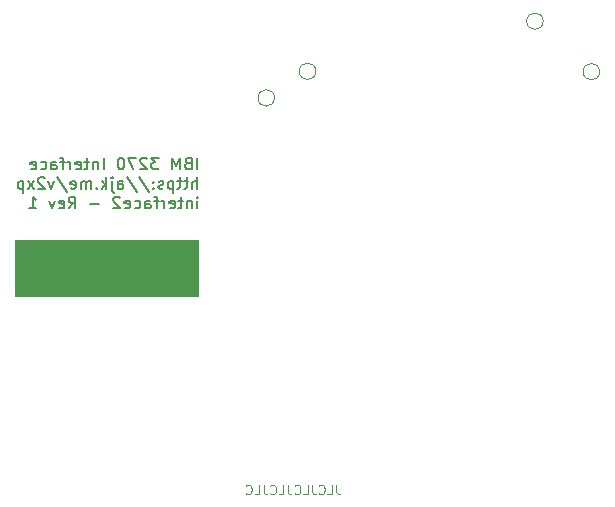
<source format=gbr>
G04 #@! TF.GenerationSoftware,KiCad,Pcbnew,5.1.8*
G04 #@! TF.CreationDate,2020-12-14T20:40:46-06:00*
G04 #@! TF.ProjectId,pcb,7063622e-6b69-4636-9164-5f7063625858,rev?*
G04 #@! TF.SameCoordinates,Original*
G04 #@! TF.FileFunction,Legend,Bot*
G04 #@! TF.FilePolarity,Positive*
%FSLAX46Y46*%
G04 Gerber Fmt 4.6, Leading zero omitted, Abs format (unit mm)*
G04 Created by KiCad (PCBNEW 5.1.8) date 2020-12-14 20:40:46*
%MOMM*%
%LPD*%
G01*
G04 APERTURE LIST*
%ADD10C,0.100000*%
%ADD11C,0.150000*%
%ADD12C,0.120000*%
G04 APERTURE END LIST*
D10*
G36*
X36250000Y-90250000D02*
G01*
X20750000Y-90250000D01*
X20750000Y-85500000D01*
X36250000Y-85500000D01*
X36250000Y-90250000D01*
G37*
X36250000Y-90250000D02*
X20750000Y-90250000D01*
X20750000Y-85500000D01*
X36250000Y-85500000D01*
X36250000Y-90250000D01*
D11*
X36181070Y-79552380D02*
X36181070Y-78552380D01*
X35371546Y-79028571D02*
X35228689Y-79076190D01*
X35181070Y-79123809D01*
X35133451Y-79219047D01*
X35133451Y-79361904D01*
X35181070Y-79457142D01*
X35228689Y-79504761D01*
X35323927Y-79552380D01*
X35704880Y-79552380D01*
X35704880Y-78552380D01*
X35371546Y-78552380D01*
X35276308Y-78600000D01*
X35228689Y-78647619D01*
X35181070Y-78742857D01*
X35181070Y-78838095D01*
X35228689Y-78933333D01*
X35276308Y-78980952D01*
X35371546Y-79028571D01*
X35704880Y-79028571D01*
X34704880Y-79552380D02*
X34704880Y-78552380D01*
X34371546Y-79266666D01*
X34038213Y-78552380D01*
X34038213Y-79552380D01*
X32895356Y-78552380D02*
X32276308Y-78552380D01*
X32609642Y-78933333D01*
X32466785Y-78933333D01*
X32371546Y-78980952D01*
X32323927Y-79028571D01*
X32276308Y-79123809D01*
X32276308Y-79361904D01*
X32323927Y-79457142D01*
X32371546Y-79504761D01*
X32466785Y-79552380D01*
X32752499Y-79552380D01*
X32847737Y-79504761D01*
X32895356Y-79457142D01*
X31895356Y-78647619D02*
X31847737Y-78600000D01*
X31752499Y-78552380D01*
X31514404Y-78552380D01*
X31419166Y-78600000D01*
X31371546Y-78647619D01*
X31323927Y-78742857D01*
X31323927Y-78838095D01*
X31371546Y-78980952D01*
X31942975Y-79552380D01*
X31323927Y-79552380D01*
X30990594Y-78552380D02*
X30323927Y-78552380D01*
X30752499Y-79552380D01*
X29752499Y-78552380D02*
X29657261Y-78552380D01*
X29562023Y-78600000D01*
X29514404Y-78647619D01*
X29466785Y-78742857D01*
X29419166Y-78933333D01*
X29419166Y-79171428D01*
X29466785Y-79361904D01*
X29514404Y-79457142D01*
X29562023Y-79504761D01*
X29657261Y-79552380D01*
X29752499Y-79552380D01*
X29847737Y-79504761D01*
X29895356Y-79457142D01*
X29942975Y-79361904D01*
X29990594Y-79171428D01*
X29990594Y-78933333D01*
X29942975Y-78742857D01*
X29895356Y-78647619D01*
X29847737Y-78600000D01*
X29752499Y-78552380D01*
X28228689Y-79552380D02*
X28228689Y-78552380D01*
X27752499Y-78885714D02*
X27752499Y-79552380D01*
X27752499Y-78980952D02*
X27704880Y-78933333D01*
X27609642Y-78885714D01*
X27466785Y-78885714D01*
X27371546Y-78933333D01*
X27323927Y-79028571D01*
X27323927Y-79552380D01*
X26990594Y-78885714D02*
X26609642Y-78885714D01*
X26847737Y-78552380D02*
X26847737Y-79409523D01*
X26800118Y-79504761D01*
X26704880Y-79552380D01*
X26609642Y-79552380D01*
X25895356Y-79504761D02*
X25990594Y-79552380D01*
X26181070Y-79552380D01*
X26276308Y-79504761D01*
X26323927Y-79409523D01*
X26323927Y-79028571D01*
X26276308Y-78933333D01*
X26181070Y-78885714D01*
X25990594Y-78885714D01*
X25895356Y-78933333D01*
X25847737Y-79028571D01*
X25847737Y-79123809D01*
X26323927Y-79219047D01*
X25419166Y-79552380D02*
X25419166Y-78885714D01*
X25419166Y-79076190D02*
X25371546Y-78980952D01*
X25323927Y-78933333D01*
X25228689Y-78885714D01*
X25133451Y-78885714D01*
X24942975Y-78885714D02*
X24562023Y-78885714D01*
X24800118Y-79552380D02*
X24800118Y-78695238D01*
X24752499Y-78600000D01*
X24657261Y-78552380D01*
X24562023Y-78552380D01*
X23800118Y-79552380D02*
X23800118Y-79028571D01*
X23847737Y-78933333D01*
X23942975Y-78885714D01*
X24133451Y-78885714D01*
X24228689Y-78933333D01*
X23800118Y-79504761D02*
X23895356Y-79552380D01*
X24133451Y-79552380D01*
X24228689Y-79504761D01*
X24276308Y-79409523D01*
X24276308Y-79314285D01*
X24228689Y-79219047D01*
X24133451Y-79171428D01*
X23895356Y-79171428D01*
X23800118Y-79123809D01*
X22895356Y-79504761D02*
X22990594Y-79552380D01*
X23181070Y-79552380D01*
X23276308Y-79504761D01*
X23323927Y-79457142D01*
X23371546Y-79361904D01*
X23371546Y-79076190D01*
X23323927Y-78980952D01*
X23276308Y-78933333D01*
X23181070Y-78885714D01*
X22990594Y-78885714D01*
X22895356Y-78933333D01*
X22085832Y-79504761D02*
X22181070Y-79552380D01*
X22371546Y-79552380D01*
X22466785Y-79504761D01*
X22514404Y-79409523D01*
X22514404Y-79028571D01*
X22466785Y-78933333D01*
X22371546Y-78885714D01*
X22181070Y-78885714D01*
X22085832Y-78933333D01*
X22038213Y-79028571D01*
X22038213Y-79123809D01*
X22514404Y-79219047D01*
X36181070Y-81202380D02*
X36181070Y-80202380D01*
X35752499Y-81202380D02*
X35752499Y-80678571D01*
X35800118Y-80583333D01*
X35895356Y-80535714D01*
X36038213Y-80535714D01*
X36133451Y-80583333D01*
X36181070Y-80630952D01*
X35419166Y-80535714D02*
X35038213Y-80535714D01*
X35276308Y-80202380D02*
X35276308Y-81059523D01*
X35228689Y-81154761D01*
X35133451Y-81202380D01*
X35038213Y-81202380D01*
X34847737Y-80535714D02*
X34466785Y-80535714D01*
X34704880Y-80202380D02*
X34704880Y-81059523D01*
X34657261Y-81154761D01*
X34562023Y-81202380D01*
X34466785Y-81202380D01*
X34133451Y-80535714D02*
X34133451Y-81535714D01*
X34133451Y-80583333D02*
X34038213Y-80535714D01*
X33847737Y-80535714D01*
X33752499Y-80583333D01*
X33704880Y-80630952D01*
X33657261Y-80726190D01*
X33657261Y-81011904D01*
X33704880Y-81107142D01*
X33752499Y-81154761D01*
X33847737Y-81202380D01*
X34038213Y-81202380D01*
X34133451Y-81154761D01*
X33276308Y-81154761D02*
X33181070Y-81202380D01*
X32990594Y-81202380D01*
X32895356Y-81154761D01*
X32847737Y-81059523D01*
X32847737Y-81011904D01*
X32895356Y-80916666D01*
X32990594Y-80869047D01*
X33133451Y-80869047D01*
X33228689Y-80821428D01*
X33276308Y-80726190D01*
X33276308Y-80678571D01*
X33228689Y-80583333D01*
X33133451Y-80535714D01*
X32990594Y-80535714D01*
X32895356Y-80583333D01*
X32419166Y-81107142D02*
X32371546Y-81154761D01*
X32419166Y-81202380D01*
X32466785Y-81154761D01*
X32419166Y-81107142D01*
X32419166Y-81202380D01*
X32419166Y-80583333D02*
X32371546Y-80630952D01*
X32419166Y-80678571D01*
X32466785Y-80630952D01*
X32419166Y-80583333D01*
X32419166Y-80678571D01*
X31228689Y-80154761D02*
X32085832Y-81440476D01*
X30181070Y-80154761D02*
X31038213Y-81440476D01*
X29419166Y-81202380D02*
X29419166Y-80678571D01*
X29466785Y-80583333D01*
X29562023Y-80535714D01*
X29752499Y-80535714D01*
X29847737Y-80583333D01*
X29419166Y-81154761D02*
X29514404Y-81202380D01*
X29752499Y-81202380D01*
X29847737Y-81154761D01*
X29895356Y-81059523D01*
X29895356Y-80964285D01*
X29847737Y-80869047D01*
X29752499Y-80821428D01*
X29514404Y-80821428D01*
X29419166Y-80773809D01*
X28942975Y-80535714D02*
X28942975Y-81392857D01*
X28990594Y-81488095D01*
X29085832Y-81535714D01*
X29133451Y-81535714D01*
X28942975Y-80202380D02*
X28990594Y-80250000D01*
X28942975Y-80297619D01*
X28895356Y-80250000D01*
X28942975Y-80202380D01*
X28942975Y-80297619D01*
X28466785Y-81202380D02*
X28466785Y-80202380D01*
X28371546Y-80821428D02*
X28085832Y-81202380D01*
X28085832Y-80535714D02*
X28466785Y-80916666D01*
X27657261Y-81107142D02*
X27609642Y-81154761D01*
X27657261Y-81202380D01*
X27704880Y-81154761D01*
X27657261Y-81107142D01*
X27657261Y-81202380D01*
X27181070Y-81202380D02*
X27181070Y-80535714D01*
X27181070Y-80630952D02*
X27133451Y-80583333D01*
X27038213Y-80535714D01*
X26895356Y-80535714D01*
X26800118Y-80583333D01*
X26752499Y-80678571D01*
X26752499Y-81202380D01*
X26752499Y-80678571D02*
X26704880Y-80583333D01*
X26609642Y-80535714D01*
X26466785Y-80535714D01*
X26371546Y-80583333D01*
X26323927Y-80678571D01*
X26323927Y-81202380D01*
X25466785Y-81154761D02*
X25562023Y-81202380D01*
X25752499Y-81202380D01*
X25847737Y-81154761D01*
X25895356Y-81059523D01*
X25895356Y-80678571D01*
X25847737Y-80583333D01*
X25752499Y-80535714D01*
X25562023Y-80535714D01*
X25466785Y-80583333D01*
X25419166Y-80678571D01*
X25419166Y-80773809D01*
X25895356Y-80869047D01*
X24276308Y-80154761D02*
X25133451Y-81440476D01*
X24038213Y-80535714D02*
X23800118Y-81202380D01*
X23562023Y-80535714D01*
X23228689Y-80297619D02*
X23181070Y-80250000D01*
X23085832Y-80202380D01*
X22847737Y-80202380D01*
X22752499Y-80250000D01*
X22704880Y-80297619D01*
X22657261Y-80392857D01*
X22657261Y-80488095D01*
X22704880Y-80630952D01*
X23276308Y-81202380D01*
X22657261Y-81202380D01*
X22323927Y-81202380D02*
X21800118Y-80535714D01*
X22323927Y-80535714D02*
X21800118Y-81202380D01*
X21419166Y-80535714D02*
X21419166Y-81535714D01*
X21419166Y-80583333D02*
X21323927Y-80535714D01*
X21133451Y-80535714D01*
X21038213Y-80583333D01*
X20990594Y-80630952D01*
X20942975Y-80726190D01*
X20942975Y-81011904D01*
X20990594Y-81107142D01*
X21038213Y-81154761D01*
X21133451Y-81202380D01*
X21323927Y-81202380D01*
X21419166Y-81154761D01*
X36181070Y-82852380D02*
X36181070Y-82185714D01*
X36181070Y-81852380D02*
X36228689Y-81900000D01*
X36181070Y-81947619D01*
X36133451Y-81900000D01*
X36181070Y-81852380D01*
X36181070Y-81947619D01*
X35704880Y-82185714D02*
X35704880Y-82852380D01*
X35704880Y-82280952D02*
X35657261Y-82233333D01*
X35562023Y-82185714D01*
X35419166Y-82185714D01*
X35323927Y-82233333D01*
X35276308Y-82328571D01*
X35276308Y-82852380D01*
X34942975Y-82185714D02*
X34562023Y-82185714D01*
X34800118Y-81852380D02*
X34800118Y-82709523D01*
X34752499Y-82804761D01*
X34657261Y-82852380D01*
X34562023Y-82852380D01*
X33847737Y-82804761D02*
X33942975Y-82852380D01*
X34133451Y-82852380D01*
X34228689Y-82804761D01*
X34276308Y-82709523D01*
X34276308Y-82328571D01*
X34228689Y-82233333D01*
X34133451Y-82185714D01*
X33942975Y-82185714D01*
X33847737Y-82233333D01*
X33800118Y-82328571D01*
X33800118Y-82423809D01*
X34276308Y-82519047D01*
X33371546Y-82852380D02*
X33371546Y-82185714D01*
X33371546Y-82376190D02*
X33323927Y-82280952D01*
X33276308Y-82233333D01*
X33181070Y-82185714D01*
X33085832Y-82185714D01*
X32895356Y-82185714D02*
X32514404Y-82185714D01*
X32752499Y-82852380D02*
X32752499Y-81995238D01*
X32704880Y-81900000D01*
X32609642Y-81852380D01*
X32514404Y-81852380D01*
X31752499Y-82852380D02*
X31752499Y-82328571D01*
X31800118Y-82233333D01*
X31895356Y-82185714D01*
X32085832Y-82185714D01*
X32181070Y-82233333D01*
X31752499Y-82804761D02*
X31847737Y-82852380D01*
X32085832Y-82852380D01*
X32181070Y-82804761D01*
X32228689Y-82709523D01*
X32228689Y-82614285D01*
X32181070Y-82519047D01*
X32085832Y-82471428D01*
X31847737Y-82471428D01*
X31752499Y-82423809D01*
X30847737Y-82804761D02*
X30942975Y-82852380D01*
X31133451Y-82852380D01*
X31228689Y-82804761D01*
X31276308Y-82757142D01*
X31323927Y-82661904D01*
X31323927Y-82376190D01*
X31276308Y-82280952D01*
X31228689Y-82233333D01*
X31133451Y-82185714D01*
X30942975Y-82185714D01*
X30847737Y-82233333D01*
X30038213Y-82804761D02*
X30133451Y-82852380D01*
X30323927Y-82852380D01*
X30419166Y-82804761D01*
X30466785Y-82709523D01*
X30466785Y-82328571D01*
X30419166Y-82233333D01*
X30323927Y-82185714D01*
X30133451Y-82185714D01*
X30038213Y-82233333D01*
X29990594Y-82328571D01*
X29990594Y-82423809D01*
X30466785Y-82519047D01*
X29609642Y-81947619D02*
X29562023Y-81900000D01*
X29466785Y-81852380D01*
X29228689Y-81852380D01*
X29133451Y-81900000D01*
X29085832Y-81947619D01*
X29038213Y-82042857D01*
X29038213Y-82138095D01*
X29085832Y-82280952D01*
X29657261Y-82852380D01*
X29038213Y-82852380D01*
X27847737Y-82471428D02*
X27085832Y-82471428D01*
X25276308Y-82852380D02*
X25609642Y-82376190D01*
X25847737Y-82852380D02*
X25847737Y-81852380D01*
X25466785Y-81852380D01*
X25371546Y-81900000D01*
X25323927Y-81947619D01*
X25276308Y-82042857D01*
X25276308Y-82185714D01*
X25323927Y-82280952D01*
X25371546Y-82328571D01*
X25466785Y-82376190D01*
X25847737Y-82376190D01*
X24466785Y-82804761D02*
X24562023Y-82852380D01*
X24752499Y-82852380D01*
X24847737Y-82804761D01*
X24895356Y-82709523D01*
X24895356Y-82328571D01*
X24847737Y-82233333D01*
X24752499Y-82185714D01*
X24562023Y-82185714D01*
X24466785Y-82233333D01*
X24419166Y-82328571D01*
X24419166Y-82423809D01*
X24895356Y-82519047D01*
X24085832Y-82185714D02*
X23847737Y-82852380D01*
X23609642Y-82185714D01*
X21942975Y-82852380D02*
X22514404Y-82852380D01*
X22228689Y-82852380D02*
X22228689Y-81852380D01*
X22323927Y-81995238D01*
X22419166Y-82090476D01*
X22514404Y-82138095D01*
D10*
X47945237Y-106262904D02*
X47945237Y-106834333D01*
X47983332Y-106948619D01*
X48059522Y-107024809D01*
X48173808Y-107062904D01*
X48249999Y-107062904D01*
X47183332Y-107062904D02*
X47564284Y-107062904D01*
X47564284Y-106262904D01*
X46459522Y-106986714D02*
X46497618Y-107024809D01*
X46611903Y-107062904D01*
X46688094Y-107062904D01*
X46802379Y-107024809D01*
X46878570Y-106948619D01*
X46916665Y-106872428D01*
X46954760Y-106720047D01*
X46954760Y-106605761D01*
X46916665Y-106453380D01*
X46878570Y-106377190D01*
X46802379Y-106301000D01*
X46688094Y-106262904D01*
X46611903Y-106262904D01*
X46497618Y-106301000D01*
X46459522Y-106339095D01*
X45888094Y-106262904D02*
X45888094Y-106834333D01*
X45926189Y-106948619D01*
X46002379Y-107024809D01*
X46116665Y-107062904D01*
X46192856Y-107062904D01*
X45126189Y-107062904D02*
X45507141Y-107062904D01*
X45507141Y-106262904D01*
X44402379Y-106986714D02*
X44440475Y-107024809D01*
X44554760Y-107062904D01*
X44630951Y-107062904D01*
X44745237Y-107024809D01*
X44821427Y-106948619D01*
X44859522Y-106872428D01*
X44897618Y-106720047D01*
X44897618Y-106605761D01*
X44859522Y-106453380D01*
X44821427Y-106377190D01*
X44745237Y-106301000D01*
X44630951Y-106262904D01*
X44554760Y-106262904D01*
X44440475Y-106301000D01*
X44402379Y-106339095D01*
X43830951Y-106262904D02*
X43830951Y-106834333D01*
X43869046Y-106948619D01*
X43945237Y-107024809D01*
X44059522Y-107062904D01*
X44135713Y-107062904D01*
X43069046Y-107062904D02*
X43449999Y-107062904D01*
X43449999Y-106262904D01*
X42345237Y-106986714D02*
X42383332Y-107024809D01*
X42497618Y-107062904D01*
X42573808Y-107062904D01*
X42688094Y-107024809D01*
X42764284Y-106948619D01*
X42802379Y-106872428D01*
X42840475Y-106720047D01*
X42840475Y-106605761D01*
X42802379Y-106453380D01*
X42764284Y-106377190D01*
X42688094Y-106301000D01*
X42573808Y-106262904D01*
X42497618Y-106262904D01*
X42383332Y-106301000D01*
X42345237Y-106339095D01*
X41773808Y-106262904D02*
X41773808Y-106834333D01*
X41811903Y-106948619D01*
X41888094Y-107024809D01*
X42002379Y-107062904D01*
X42078570Y-107062904D01*
X41011903Y-107062904D02*
X41392856Y-107062904D01*
X41392856Y-106262904D01*
X40288094Y-106986714D02*
X40326189Y-107024809D01*
X40440475Y-107062904D01*
X40516665Y-107062904D01*
X40630951Y-107024809D01*
X40707141Y-106948619D01*
X40745237Y-106872428D01*
X40783332Y-106720047D01*
X40783332Y-106605761D01*
X40745237Y-106453380D01*
X40707141Y-106377190D01*
X40630951Y-106301000D01*
X40516665Y-106262904D01*
X40440475Y-106262904D01*
X40326189Y-106301000D01*
X40288094Y-106339095D01*
D12*
X70225000Y-71275000D02*
G75*
G03*
X70225000Y-71275000I-700000J0D01*
G01*
X42700000Y-73500000D02*
G75*
G03*
X42700000Y-73500000I-700000J0D01*
G01*
X46200000Y-71250000D02*
G75*
G03*
X46200000Y-71250000I-700000J0D01*
G01*
X65450000Y-67000000D02*
G75*
G03*
X65450000Y-67000000I-700000J0D01*
G01*
M02*

</source>
